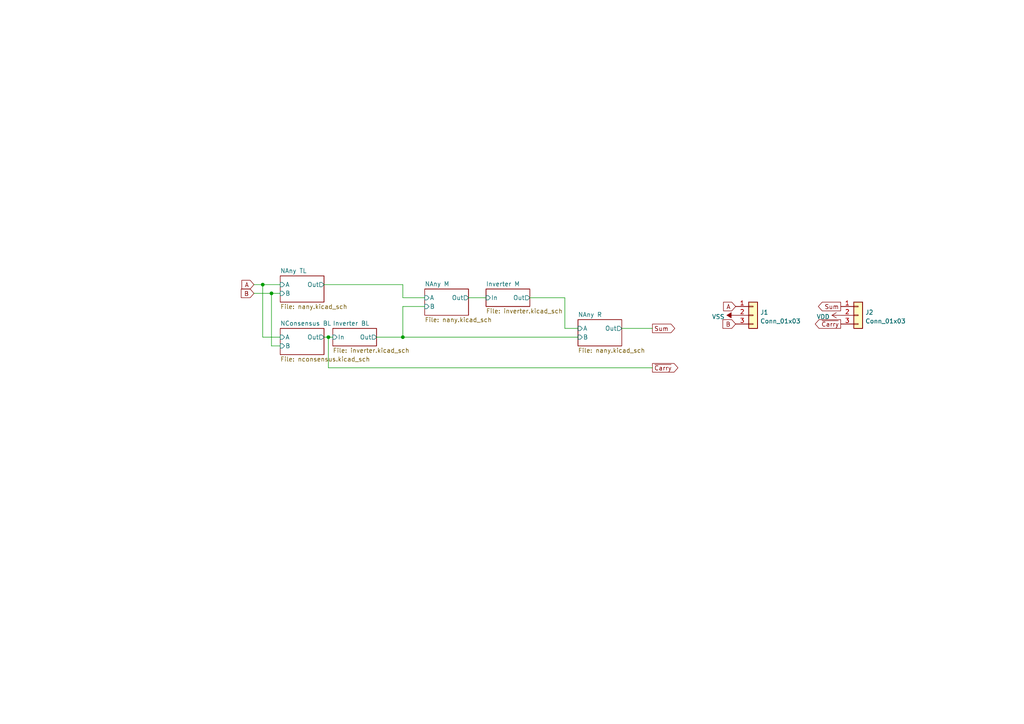
<source format=kicad_sch>
(kicad_sch (version 20250114) (generator "eeschema") (generator_version "9.0")
  (paper "A4")
  (lib_symbols
    (symbol "Connector_Generic:Conn_01x03" (pin_names (offset 1.016) (hide yes))
      (property "Reference" "J" (at 0 5.08 0))
      (property "Value" "Conn_01x03" (at 0 -5.08 0))
      (symbol "Conn_01x03_1_1"
        (rectangle (start -1.27 3.81) (end 1.27 -3.81) (stroke (width 0.254)) (fill (type background)))
        (rectangle (start -1.27 2.667) (end 0 2.413) (stroke (width 0.1524)))
        (rectangle (start -1.27 0.127) (end 0 -0.127) (stroke (width 0.1524)))
        (rectangle (start -1.27 -2.413) (end 0 -2.667) (stroke (width 0.1524)))
        (pin passive line (at -5.08 2.54 0) (length 3.81) (name "Pin_1") (number "1"))
        (pin passive line (at -5.08 0 0) (length 3.81) (name "Pin_2") (number "2"))
        (pin passive line (at -5.08 -2.54 0) (length 3.81) (name "Pin_3") (number "3"))
      )
    )
    (symbol "power:VDD" (power) (pin_names (offset 0))
      (property "Value" "VDD" (at 0 3.81 0))
      (symbol "VDD_0_1"
        (polyline (pts (xy -0.762 1.27) (xy 0 2.54)))
        (polyline (pts (xy 0 2.54) (xy 0.762 1.27)))
        (polyline (pts (xy 0 0) (xy 0 2.54)))
      )
      (symbol "VDD_1_1"
        (pin power_in line (at 0 0 90) (length 0) (hide yes) (name "VDD") (number "1"))
      )
    )
    (symbol "power:VSS" (power) (pin_names (offset 0))
      (property "Value" "VSS" (at 0 3.81 0))
      (symbol "VSS_0_1"
        (polyline (pts (xy 0 0) (xy 0 2.54)))
        (polyline (pts (xy 0.762 1.27) (xy -0.762 1.27) (xy 0 2.54) (xy 0.762 1.27)) (fill (type outline)))
      )
      (symbol "VSS_1_1"
        (pin power_in line (at 0 0 90) (length 0) (hide yes) (name "VSS") (number "1"))
      )
    )
  )
  (junction (at 76.2 82.55))
  (junction (at 78.74 85.09))
  (junction (at 95.25 97.79))
  (junction (at 116.84 97.79))
  (wire (pts (xy 116.84 88.9) (xy 116.84 97.79)))
  (wire (pts (xy 93.98 97.79) (xy 95.25 97.79)))
  (wire (pts (xy 78.74 85.09) (xy 78.74 100.33)))
  (wire (pts (xy 116.84 86.36) (xy 116.84 82.55)))
  (wire (pts (xy 81.28 97.79) (xy 76.2 97.79)))
  (wire (pts (xy 123.19 86.36) (xy 116.84 86.36)))
  (wire (pts (xy 76.2 97.79) (xy 76.2 82.55)))
  (wire (pts (xy 95.25 97.79) (xy 95.25 106.68)))
  (wire (pts (xy 78.74 100.33) (xy 81.28 100.33)))
  (wire (pts (xy 95.25 97.79) (xy 96.52 97.79)))
  (wire (pts (xy 153.67 86.36) (xy 163.83 86.36)))
  (wire (pts (xy 95.25 106.68) (xy 189.23 106.68)))
  (wire (pts (xy 163.83 86.36) (xy 163.83 95.25)))
  (wire (pts (xy 73.66 85.09) (xy 78.74 85.09)))
  (wire (pts (xy 116.84 97.79) (xy 167.64 97.79)))
  (wire (pts (xy 123.19 88.9) (xy 116.84 88.9)))
  (wire (pts (xy 180.34 95.25) (xy 189.23 95.25)))
  (wire (pts (xy 135.89 86.36) (xy 140.97 86.36)))
  (wire (pts (xy 93.98 82.55) (xy 116.84 82.55)))
  (wire (pts (xy 73.66 82.55) (xy 76.2 82.55)))
  (wire (pts (xy 163.83 95.25) (xy 167.64 95.25)))
  (wire (pts (xy 81.28 85.09) (xy 78.74 85.09)))
  (wire (pts (xy 109.22 97.79) (xy 116.84 97.79)))
  (wire (pts (xy 76.2 82.55) (xy 81.28 82.55)))
  (global_label "~{Carry}" (shape output) (at 243.84 93.98 180) (property "Intersheetrefs" "${INTERSHEET_REFS}" (effects (hide yes))))
  (global_label "~{Carry}" (shape output) (at 189.23 106.68 0) (property "Intersheetrefs" "${INTERSHEET_REFS}" (effects (hide yes))))
  (global_label "A" (shape input) (at 73.66 82.55 180) (property "Intersheetrefs" "${INTERSHEET_REFS}" (effects (hide yes))))
  (global_label "Sum" (shape output) (at 243.84 88.9 180) (property "Intersheetrefs" "${INTERSHEET_REFS}" (effects (hide yes))))
  (global_label "A" (shape input) (at 213.36 88.9 180) (property "Intersheetrefs" "${INTERSHEET_REFS}" (effects (hide yes))))
  (global_label "B" (shape input) (at 73.66 85.09 180) (property "Intersheetrefs" "${INTERSHEET_REFS}" (effects (hide yes))))
  (global_label "B" (shape input) (at 213.36 93.98 180) (property "Intersheetrefs" "${INTERSHEET_REFS}" (effects (hide yes))))
  (global_label "Sum" (shape output) (at 189.23 95.25 0) (property "Intersheetrefs" "${INTERSHEET_REFS}" (effects (hide yes))))
  (symbol (lib_id "Connector_Generic:Conn_01x03") (at 248.92 91.44 0) (unit 1)
    (property "Reference" "J2" (at 250.952 90.6053 0) (effects (justify left)))
    (property "Value" "Conn_01x03" (at 250.952 93.1422 0) (effects (justify left)))
    (property "Footprint" "Tritium:PinHeader_1x03_P2.54mm_Vertical_NoSilkscreen" (effects (hide yes)))
  )
  (symbol (lib_id "power:VSS") (at 213.36 91.44 90) (unit 1)
    (property "Reference" "#PWR01" (effects (hide yes)))
    (property "Value" "VSS" (at 210.185 91.8738 90) (effects (justify left)))
  )
  (symbol (lib_id "power:VDD") (at 243.84 91.44 90) (unit 1)
    (property "Reference" "#PWR02" (effects (hide yes)))
    (property "Value" "VDD" (at 240.665 91.8738 90) (effects (justify left)))
  )
  (symbol (lib_id "Connector_Generic:Conn_01x03") (at 218.44 91.44 0) (unit 1)
    (property "Reference" "J1" (at 220.472 90.6053 0) (effects (justify left)))
    (property "Value" "Conn_01x03" (at 220.472 93.1422 0) (effects (justify left)))
    (property "Footprint" "Tritium:PinHeader_1x03_P2.54mm_Vertical_NoSilkscreen" (effects (hide yes)))
  )
  (sheet (at 81.28 80.01) (size 12.7 7.62) (stroke (width 0.1524))
    (property "Sheetname" "NAny TL" (at 81.28 79.2984 0) (effects (justify left bottom)))
    (property "Sheetfile" "nany.kicad_sch" (at 81.28 88.2146 0) (effects (justify left top)))
    (pin "Out" output (at 93.98 82.55 0))
    (pin "B" input (at 81.28 85.09 180))
    (pin "A" input (at 81.28 82.55 180))
  )
  (sheet (at 167.64 92.71) (size 12.7 7.62) (stroke (width 0.1524))
    (property "Sheetname" "NAny R" (at 167.64 91.9984 0) (effects (justify left bottom)))
    (property "Sheetfile" "nany.kicad_sch" (at 167.64 100.9146 0) (effects (justify left top)))
    (pin "Out" output (at 180.34 95.25 0))
    (pin "B" input (at 167.64 97.79 180))
    (pin "A" input (at 167.64 95.25 180))
  )
  (sheet (at 81.28 95.25) (size 12.7 7.62) (stroke (width 0.1524))
    (property "Sheetname" "NConsensus BL" (at 81.28 94.5384 0) (effects (justify left bottom)))
    (property "Sheetfile" "nconsensus.kicad_sch" (at 81.28 103.4546 0) (effects (justify left top)))
    (pin "Out" output (at 93.98 97.79 0))
    (pin "A" input (at 81.28 97.79 180))
    (pin "B" input (at 81.28 100.33 180))
  )
  (sheet (at 96.52 95.25) (size 12.7 5.08) (stroke (width 0.1524))
    (property "Sheetname" "Inverter BL" (at 96.52 94.5384 0) (effects (justify left bottom)))
    (property "Sheetfile" "inverter.kicad_sch" (at 96.52 100.9146 0) (effects (justify left top)))
    (pin "In" input (at 96.52 97.79 180))
    (pin "Out" output (at 109.22 97.79 0))
  )
  (sheet (at 123.19 83.82) (size 12.7 7.62) (stroke (width 0.1524))
    (property "Sheetname" "NAny M" (at 123.19 83.1084 0) (effects (justify left bottom)))
    (property "Sheetfile" "nany.kicad_sch" (at 123.19 92.0246 0) (effects (justify left top)))
    (pin "Out" output (at 135.89 86.36 0))
    (pin "B" input (at 123.19 88.9 180))
    (pin "A" input (at 123.19 86.36 180))
  )
  (sheet (at 140.97 83.82) (size 12.7 5.08) (stroke (width 0.1524))
    (property "Sheetname" "Inverter M" (at 140.97 83.1084 0) (effects (justify left bottom)))
    (property "Sheetfile" "inverter.kicad_sch" (at 140.97 89.4846 0) (effects (justify left top)))
    (pin "In" input (at 140.97 86.36 180))
    (pin "Out" output (at 153.67 86.36 0))
  )
)
</source>
